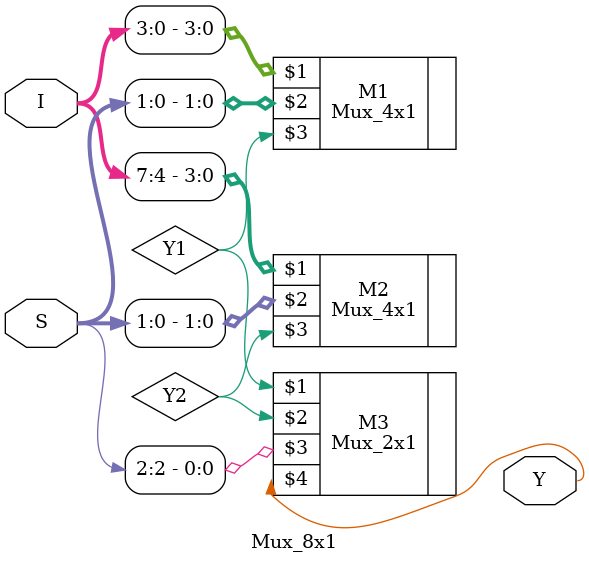
<source format=v>
`timescale 1ns / 1ps

module Mux_8x1(
    input [7:0] I,
    input [2:0] S,
    output Y
    );
    wire Y1,Y2;
    Mux_4x1 M1 (I[3:0],S[1:0],Y1);
    Mux_4x1 M2 (I[7:4],S[1:0],Y2);
    Mux_2x1 M3 (Y1,Y2,S[2],Y);
endmodule

</source>
